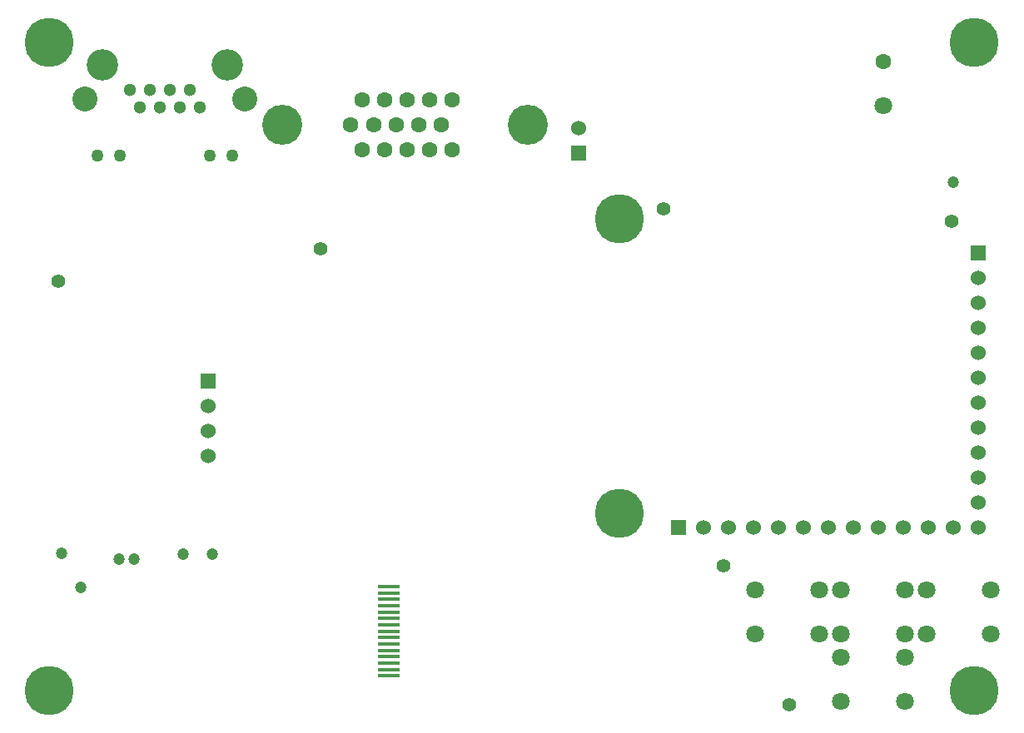
<source format=gbs>
G04 (created by PCBNEW (2013-mar-13)-stable) date Thu 30 Jun 2016 11:10:47 AM CEST*
%MOIN*%
G04 Gerber Fmt 3.4, Leading zero omitted, Abs format*
%FSLAX34Y34*%
G01*
G70*
G90*
G04 APERTURE LIST*
%ADD10C,0.005906*%
%ADD11C,0.051181*%
%ADD12C,0.125984*%
%ADD13C,0.100000*%
%ADD14C,0.050000*%
%ADD15C,0.160000*%
%ADD16C,0.063000*%
%ADD17R,0.086614X0.015748*%
%ADD18C,0.062992*%
%ADD19C,0.070866*%
%ADD20R,0.060000X0.060000*%
%ADD21C,0.060000*%
%ADD22C,0.196850*%
%ADD23C,0.055100*%
%ADD24C,0.070900*%
%ADD25C,0.047200*%
G04 APERTURE END LIST*
G54D10*
G54D11*
X44570Y-22810D03*
X45775Y-23510D03*
X44972Y-23510D03*
X43767Y-22810D03*
X44169Y-23510D03*
X45374Y-22810D03*
X46578Y-23510D03*
X46177Y-22810D03*
G54D12*
X47673Y-21810D03*
X42673Y-21810D03*
G54D13*
X48374Y-23160D03*
X41972Y-23160D03*
G54D14*
X47874Y-25424D03*
X46972Y-25424D03*
X43374Y-25424D03*
X42472Y-25424D03*
G54D15*
X49854Y-24190D03*
X59696Y-24190D03*
G54D16*
X56677Y-23190D03*
X56226Y-24190D03*
X55775Y-23190D03*
X54874Y-23190D03*
X53972Y-23190D03*
X53070Y-23190D03*
X55324Y-24190D03*
X54423Y-24190D03*
X53521Y-24190D03*
X52620Y-24190D03*
X56677Y-25190D03*
X55775Y-25190D03*
X54874Y-25190D03*
X53972Y-25190D03*
X53070Y-25190D03*
G54D17*
X54129Y-46279D03*
X54129Y-46023D03*
X54129Y-45767D03*
X54129Y-45511D03*
X54129Y-45255D03*
X54129Y-45000D03*
X54129Y-44744D03*
X54129Y-44488D03*
X54129Y-44232D03*
X54129Y-43976D03*
X54129Y-43720D03*
X54129Y-43464D03*
X54129Y-43208D03*
X54129Y-42952D03*
X54129Y-42696D03*
G54D18*
X73950Y-21660D03*
G54D19*
X73950Y-23431D03*
G54D20*
X46920Y-34480D03*
G54D21*
X46920Y-35480D03*
X46920Y-36480D03*
X46920Y-37480D03*
G54D22*
X63385Y-39763D03*
X63385Y-27952D03*
G54D23*
X65140Y-27560D03*
G54D24*
X71370Y-44606D03*
X68810Y-44606D03*
X71370Y-42834D03*
X68810Y-42834D03*
X74800Y-44606D03*
X72240Y-44606D03*
X74800Y-42834D03*
X72240Y-42834D03*
X78230Y-44606D03*
X75670Y-44606D03*
X78230Y-42834D03*
X75670Y-42834D03*
X74800Y-47306D03*
X72240Y-47306D03*
X74800Y-45534D03*
X72240Y-45534D03*
G54D25*
X43350Y-41590D03*
X43940Y-41590D03*
X41800Y-42740D03*
G54D23*
X76685Y-28080D03*
G54D25*
X41050Y-41360D03*
G54D20*
X61740Y-25338D03*
G54D21*
X61740Y-24338D03*
G54D22*
X40531Y-20885D03*
X77566Y-20885D03*
X40531Y-46881D03*
X77566Y-46881D03*
G54D23*
X67540Y-41850D03*
G54D25*
X47070Y-41410D03*
X45920Y-41410D03*
G54D23*
X51410Y-29170D03*
G54D20*
X77740Y-29338D03*
G54D21*
X77740Y-30338D03*
X77740Y-31338D03*
X77740Y-32338D03*
X77740Y-33338D03*
X77740Y-34338D03*
X77740Y-35338D03*
X77740Y-36338D03*
X77740Y-37338D03*
X77740Y-38338D03*
X77740Y-39338D03*
X77740Y-40338D03*
G54D20*
X65740Y-40338D03*
G54D21*
X66740Y-40338D03*
X67740Y-40338D03*
X68740Y-40338D03*
X69740Y-40338D03*
X70740Y-40338D03*
X71740Y-40338D03*
X72740Y-40338D03*
X73740Y-40338D03*
X74740Y-40338D03*
X75740Y-40338D03*
X76740Y-40338D03*
G54D23*
X40920Y-30480D03*
G54D25*
X76740Y-26510D03*
G54D23*
X70160Y-47430D03*
M02*

</source>
